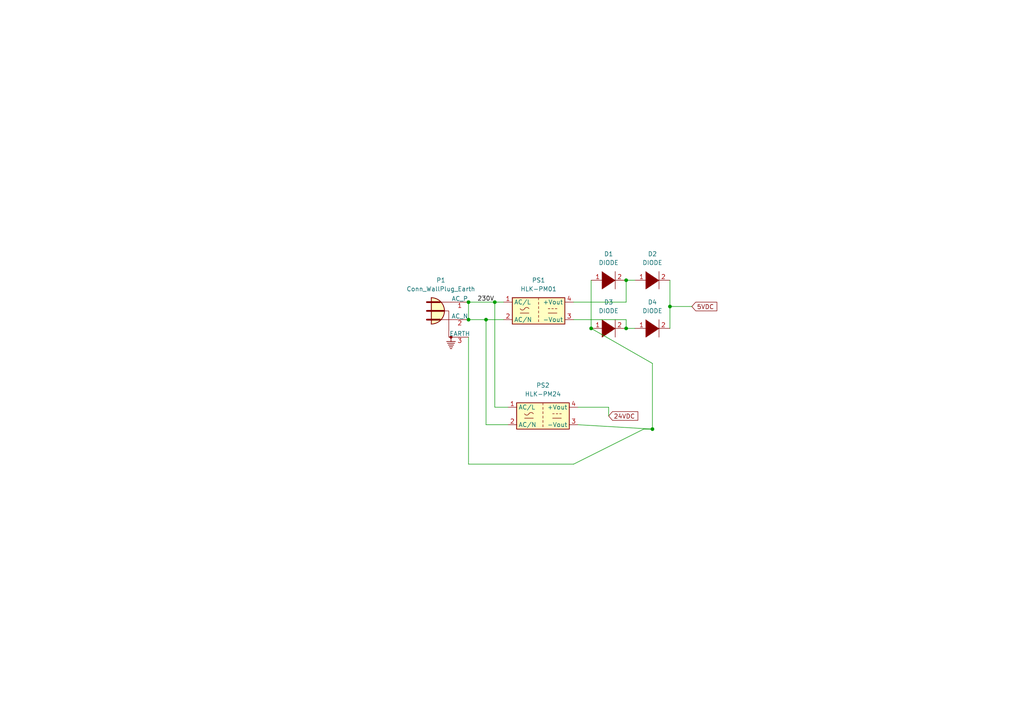
<source format=kicad_sch>
(kicad_sch (version 20211123) (generator eeschema)

  (uuid 12f31163-aa84-4a81-b512-5e6b3dd556a5)

  (paper "A4")

  (lib_symbols
    (symbol "Connector:Conn_WallPlug_Earth" (pin_names (offset 0)) (in_bom yes) (on_board yes)
      (property "Reference" "P" (id 0) (at 0 3.81 0)
        (effects (font (size 1.27 1.27)) (justify bottom))
      )
      (property "Value" "Conn_WallPlug_Earth" (id 1) (at -5.08 0 90)
        (effects (font (size 1.27 1.27)) (justify bottom))
      )
      (property "Footprint" "" (id 2) (at 10.16 0 0)
        (effects (font (size 1.27 1.27)) hide)
      )
      (property "Datasheet" "~" (id 3) (at 10.16 0 0)
        (effects (font (size 1.27 1.27)) hide)
      )
      (property "ki_keywords" "wall plug 110VAC 220VAC" (id 4) (at 0 0 0)
        (effects (font (size 1.27 1.27)) hide)
      )
      (property "ki_description" "3-pin general wall plug, with Earth wire (110VAC, 220VAC)" (id 5) (at 0 0 0)
        (effects (font (size 1.27 1.27)) hide)
      )
      (symbol "Conn_WallPlug_Earth_0_1"
        (arc (start -3.175 -3.81) (mid 0.635 0) (end -3.175 3.81)
          (stroke (width 0.254) (type default) (color 0 0 0 0))
          (fill (type background))
        )
        (polyline
          (pts
            (xy -4.445 -2.54)
            (xy -0.635 -2.54)
          )
          (stroke (width 0.508) (type default) (color 0 0 0 0))
          (fill (type none))
        )
        (polyline
          (pts
            (xy -4.445 0)
            (xy 0.508 0)
          )
          (stroke (width 0.508) (type default) (color 0 0 0 0))
          (fill (type none))
        )
        (polyline
          (pts
            (xy -4.445 2.54)
            (xy -0.635 2.54)
          )
          (stroke (width 0.508) (type default) (color 0 0 0 0))
          (fill (type none))
        )
        (polyline
          (pts
            (xy -3.175 -3.81)
            (xy -3.175 3.81)
          )
          (stroke (width 0.254) (type default) (color 0 0 0 0))
          (fill (type none))
        )
        (polyline
          (pts
            (xy -0.635 -2.54)
            (xy 2.54 -2.54)
          )
          (stroke (width 0) (type default) (color 0 0 0 0))
          (fill (type none))
        )
        (polyline
          (pts
            (xy -0.635 2.54)
            (xy 2.54 2.54)
          )
          (stroke (width 0) (type default) (color 0 0 0 0))
          (fill (type none))
        )
        (polyline
          (pts
            (xy 1.524 -9.398)
            (xy 3.556 -9.398)
          )
          (stroke (width 0.2032) (type default) (color 0 0 0 0))
          (fill (type none))
        )
        (polyline
          (pts
            (xy 1.778 -9.906)
            (xy 3.302 -9.906)
          )
          (stroke (width 0.2032) (type default) (color 0 0 0 0))
          (fill (type none))
        )
        (polyline
          (pts
            (xy 2.032 -10.414)
            (xy 3.048 -10.414)
          )
          (stroke (width 0.2032) (type default) (color 0 0 0 0))
          (fill (type none))
        )
        (polyline
          (pts
            (xy 2.286 -10.922)
            (xy 2.794 -10.922)
          )
          (stroke (width 0.2032) (type default) (color 0 0 0 0))
          (fill (type none))
        )
        (polyline
          (pts
            (xy 2.54 -7.62)
            (xy 2.54 -8.89)
          )
          (stroke (width 0.2032) (type default) (color 0 0 0 0))
          (fill (type none))
        )
        (polyline
          (pts
            (xy 3.81 -8.89)
            (xy 1.27 -8.89)
          )
          (stroke (width 0.2032) (type default) (color 0 0 0 0))
          (fill (type none))
        )
        (polyline
          (pts
            (xy 2.54 -7.62)
            (xy 1.905 -7.62)
            (xy 1.905 0)
            (xy -4.445 0)
          )
          (stroke (width 0) (type default) (color 0 0 0 0))
          (fill (type none))
        )
        (circle (center 2.54 -7.62) (radius 0.3556)
          (stroke (width 0) (type default) (color 0 0 0 0))
          (fill (type outline))
        )
      )
      (symbol "Conn_WallPlug_Earth_1_1"
        (pin power_out line (at 7.62 2.54 180) (length 5.08)
          (name "AC_P" (effects (font (size 1.27 1.27))))
          (number "1" (effects (font (size 1.27 1.27))))
        )
        (pin power_out line (at 7.62 -2.54 180) (length 5.08)
          (name "AC_N" (effects (font (size 1.27 1.27))))
          (number "2" (effects (font (size 1.27 1.27))))
        )
        (pin passive line (at 7.62 -7.62 180) (length 5.08)
          (name "EARTH" (effects (font (size 1.27 1.27))))
          (number "3" (effects (font (size 1.27 1.27))))
        )
      )
    )
    (symbol "Converter_ACDC:HLK-PM01" (in_bom yes) (on_board yes)
      (property "Reference" "PS" (id 0) (at 0 5.08 0)
        (effects (font (size 1.27 1.27)))
      )
      (property "Value" "HLK-PM01" (id 1) (at 0 -5.08 0)
        (effects (font (size 1.27 1.27)))
      )
      (property "Footprint" "Converter_ACDC:Converter_ACDC_HiLink_HLK-PMxx" (id 2) (at 0 -7.62 0)
        (effects (font (size 1.27 1.27)) hide)
      )
      (property "Datasheet" "http://www.hlktech.net/product_detail.php?ProId=54" (id 3) (at 10.16 -8.89 0)
        (effects (font (size 1.27 1.27)) hide)
      )
      (property "ki_keywords" "AC/DC module power supply" (id 4) (at 0 0 0)
        (effects (font (size 1.27 1.27)) hide)
      )
      (property "ki_description" "Compact AC/DC board mount power module 3W 5V" (id 5) (at 0 0 0)
        (effects (font (size 1.27 1.27)) hide)
      )
      (property "ki_fp_filters" "Converter*ACDC*HiLink*HLK?PM*" (id 6) (at 0 0 0)
        (effects (font (size 1.27 1.27)) hide)
      )
      (symbol "HLK-PM01_0_1"
        (rectangle (start -7.62 3.81) (end 7.62 -3.81)
          (stroke (width 0.254) (type default) (color 0 0 0 0))
          (fill (type background))
        )
        (arc (start -5.334 0.635) (mid -4.699 0.2495) (end -4.064 0.635)
          (stroke (width 0) (type default) (color 0 0 0 0))
          (fill (type none))
        )
        (arc (start -2.794 0.635) (mid -3.429 1.0072) (end -4.064 0.635)
          (stroke (width 0) (type default) (color 0 0 0 0))
          (fill (type none))
        )
        (polyline
          (pts
            (xy -5.334 -0.635)
            (xy -2.794 -0.635)
          )
          (stroke (width 0) (type default) (color 0 0 0 0))
          (fill (type none))
        )
        (polyline
          (pts
            (xy 0 -2.54)
            (xy 0 -3.175)
          )
          (stroke (width 0) (type default) (color 0 0 0 0))
          (fill (type none))
        )
        (polyline
          (pts
            (xy 0 -1.27)
            (xy 0 -1.905)
          )
          (stroke (width 0) (type default) (color 0 0 0 0))
          (fill (type none))
        )
        (polyline
          (pts
            (xy 0 0)
            (xy 0 -0.635)
          )
          (stroke (width 0) (type default) (color 0 0 0 0))
          (fill (type none))
        )
        (polyline
          (pts
            (xy 0 1.27)
            (xy 0 0.635)
          )
          (stroke (width 0) (type default) (color 0 0 0 0))
          (fill (type none))
        )
        (polyline
          (pts
            (xy 0 2.54)
            (xy 0 1.905)
          )
          (stroke (width 0) (type default) (color 0 0 0 0))
          (fill (type none))
        )
        (polyline
          (pts
            (xy 0 3.81)
            (xy 0 3.175)
          )
          (stroke (width 0) (type default) (color 0 0 0 0))
          (fill (type none))
        )
        (polyline
          (pts
            (xy 2.794 -0.635)
            (xy 5.334 -0.635)
          )
          (stroke (width 0) (type default) (color 0 0 0 0))
          (fill (type none))
        )
        (polyline
          (pts
            (xy 2.794 0.635)
            (xy 3.302 0.635)
          )
          (stroke (width 0) (type default) (color 0 0 0 0))
          (fill (type none))
        )
        (polyline
          (pts
            (xy 3.81 0.635)
            (xy 4.318 0.635)
          )
          (stroke (width 0) (type default) (color 0 0 0 0))
          (fill (type none))
        )
        (polyline
          (pts
            (xy 4.826 0.635)
            (xy 5.334 0.635)
          )
          (stroke (width 0) (type default) (color 0 0 0 0))
          (fill (type none))
        )
      )
      (symbol "HLK-PM01_1_1"
        (pin power_in line (at -10.16 2.54 0) (length 2.54)
          (name "AC/L" (effects (font (size 1.27 1.27))))
          (number "1" (effects (font (size 1.27 1.27))))
        )
        (pin power_in line (at -10.16 -2.54 0) (length 2.54)
          (name "AC/N" (effects (font (size 1.27 1.27))))
          (number "2" (effects (font (size 1.27 1.27))))
        )
        (pin power_out line (at 10.16 -2.54 180) (length 2.54)
          (name "-Vout" (effects (font (size 1.27 1.27))))
          (number "3" (effects (font (size 1.27 1.27))))
        )
        (pin power_out line (at 10.16 2.54 180) (length 2.54)
          (name "+Vout" (effects (font (size 1.27 1.27))))
          (number "4" (effects (font (size 1.27 1.27))))
        )
      )
    )
    (symbol "Converter_ACDC:HLK-PM24" (in_bom yes) (on_board yes)
      (property "Reference" "PS" (id 0) (at 0 5.08 0)
        (effects (font (size 1.27 1.27)))
      )
      (property "Value" "HLK-PM24" (id 1) (at 0 -5.08 0)
        (effects (font (size 1.27 1.27)))
      )
      (property "Footprint" "Converter_ACDC:Converter_ACDC_HiLink_HLK-PMxx" (id 2) (at 0 -7.62 0)
        (effects (font (size 1.27 1.27)) hide)
      )
      (property "Datasheet" "http://www.hlktech.net/product_detail.php?ProId=81" (id 3) (at 10.16 -8.89 0)
        (effects (font (size 1.27 1.27)) hide)
      )
      (property "ki_keywords" "AC/DC module power supply" (id 4) (at 0 0 0)
        (effects (font (size 1.27 1.27)) hide)
      )
      (property "ki_description" "Compact AC/DC board mount power module 3W 24V" (id 5) (at 0 0 0)
        (effects (font (size 1.27 1.27)) hide)
      )
      (property "ki_fp_filters" "Converter*ACDC*HiLink*HLK?PM*" (id 6) (at 0 0 0)
        (effects (font (size 1.27 1.27)) hide)
      )
      (symbol "HLK-PM24_0_1"
        (rectangle (start -7.62 3.81) (end 7.62 -3.81)
          (stroke (width 0.254) (type default) (color 0 0 0 0))
          (fill (type background))
        )
        (arc (start -5.334 0.635) (mid -4.699 0.2495) (end -4.064 0.635)
          (stroke (width 0) (type default) (color 0 0 0 0))
          (fill (type none))
        )
        (arc (start -2.794 0.635) (mid -3.429 1.0072) (end -4.064 0.635)
          (stroke (width 0) (type default) (color 0 0 0 0))
          (fill (type none))
        )
        (polyline
          (pts
            (xy -5.334 -0.635)
            (xy -2.794 -0.635)
          )
          (stroke (width 0) (type default) (color 0 0 0 0))
          (fill (type none))
        )
        (polyline
          (pts
            (xy 0 -2.54)
            (xy 0 -3.175)
          )
          (stroke (width 0) (type default) (color 0 0 0 0))
          (fill (type none))
        )
        (polyline
          (pts
            (xy 0 -1.27)
            (xy 0 -1.905)
          )
          (stroke (width 0) (type default) (color 0 0 0 0))
          (fill (type none))
        )
        (polyline
          (pts
            (xy 0 0)
            (xy 0 -0.635)
          )
          (stroke (width 0) (type default) (color 0 0 0 0))
          (fill (type none))
        )
        (polyline
          (pts
            (xy 0 1.27)
            (xy 0 0.635)
          )
          (stroke (width 0) (type default) (color 0 0 0 0))
          (fill (type none))
        )
        (polyline
          (pts
            (xy 0 2.54)
            (xy 0 1.905)
          )
          (stroke (width 0) (type default) (color 0 0 0 0))
          (fill (type none))
        )
        (polyline
          (pts
            (xy 0 3.81)
            (xy 0 3.175)
          )
          (stroke (width 0) (type default) (color 0 0 0 0))
          (fill (type none))
        )
        (polyline
          (pts
            (xy 2.794 -0.635)
            (xy 5.334 -0.635)
          )
          (stroke (width 0) (type default) (color 0 0 0 0))
          (fill (type none))
        )
        (polyline
          (pts
            (xy 2.794 0.635)
            (xy 3.302 0.635)
          )
          (stroke (width 0) (type default) (color 0 0 0 0))
          (fill (type none))
        )
        (polyline
          (pts
            (xy 3.81 0.635)
            (xy 4.318 0.635)
          )
          (stroke (width 0) (type default) (color 0 0 0 0))
          (fill (type none))
        )
        (polyline
          (pts
            (xy 4.826 0.635)
            (xy 5.334 0.635)
          )
          (stroke (width 0) (type default) (color 0 0 0 0))
          (fill (type none))
        )
      )
      (symbol "HLK-PM24_1_1"
        (pin power_in line (at -10.16 2.54 0) (length 2.54)
          (name "AC/L" (effects (font (size 1.27 1.27))))
          (number "1" (effects (font (size 1.27 1.27))))
        )
        (pin power_in line (at -10.16 -2.54 0) (length 2.54)
          (name "AC/N" (effects (font (size 1.27 1.27))))
          (number "2" (effects (font (size 1.27 1.27))))
        )
        (pin power_out line (at 10.16 -2.54 180) (length 2.54)
          (name "-Vout" (effects (font (size 1.27 1.27))))
          (number "3" (effects (font (size 1.27 1.27))))
        )
        (pin power_out line (at 10.16 2.54 180) (length 2.54)
          (name "+Vout" (effects (font (size 1.27 1.27))))
          (number "4" (effects (font (size 1.27 1.27))))
        )
      )
    )
    (symbol "pspice:DIODE" (pin_names (offset 1.016) hide) (in_bom yes) (on_board yes)
      (property "Reference" "D" (id 0) (at 0 3.81 0)
        (effects (font (size 1.27 1.27)))
      )
      (property "Value" "DIODE" (id 1) (at 0 -4.445 0)
        (effects (font (size 1.27 1.27)))
      )
      (property "Footprint" "" (id 2) (at 0 0 0)
        (effects (font (size 1.27 1.27)) hide)
      )
      (property "Datasheet" "~" (id 3) (at 0 0 0)
        (effects (font (size 1.27 1.27)) hide)
      )
      (property "ki_keywords" "simulation" (id 4) (at 0 0 0)
        (effects (font (size 1.27 1.27)) hide)
      )
      (property "ki_description" "Diode symbol for simulation only. Pin order incompatible with official kicad footprints" (id 5) (at 0 0 0)
        (effects (font (size 1.27 1.27)) hide)
      )
      (symbol "DIODE_0_1"
        (polyline
          (pts
            (xy 1.905 2.54)
            (xy 1.905 -2.54)
          )
          (stroke (width 0) (type default) (color 0 0 0 0))
          (fill (type none))
        )
        (polyline
          (pts
            (xy -1.905 2.54)
            (xy -1.905 -2.54)
            (xy 1.905 0)
          )
          (stroke (width 0) (type default) (color 0 0 0 0))
          (fill (type outline))
        )
      )
      (symbol "DIODE_1_1"
        (pin input line (at -5.08 0 0) (length 3.81)
          (name "K" (effects (font (size 1.27 1.27))))
          (number "1" (effects (font (size 1.27 1.27))))
        )
        (pin input line (at 5.08 0 180) (length 3.81)
          (name "A" (effects (font (size 1.27 1.27))))
          (number "2" (effects (font (size 1.27 1.27))))
        )
      )
    )
  )

  (junction (at 171.45 95.25) (diameter 0) (color 0 0 0 0)
    (uuid 0aefb2c3-62ce-4049-ab7b-58097d426cb7)
  )
  (junction (at 194.31 88.9) (diameter 0) (color 0 0 0 0)
    (uuid 19d6f4c2-e5f0-4874-8669-6b12b1e11f5e)
  )
  (junction (at 135.89 92.71) (diameter 0) (color 0 0 0 0)
    (uuid 33432b43-bbdf-49b1-a484-a6a0f5cf89b6)
  )
  (junction (at 135.89 87.63) (diameter 0) (color 0 0 0 0)
    (uuid 48baa02b-7a0f-4f11-92dd-8a5782ca1399)
  )
  (junction (at 181.61 95.25) (diameter 0) (color 0 0 0 0)
    (uuid 48ca60dd-b0ee-4587-b7b6-7c1a98fa4d67)
  )
  (junction (at 143.51 87.63) (diameter 0) (color 0 0 0 0)
    (uuid 58b43dba-89c4-41b4-aae5-a01460ed27dd)
  )
  (junction (at 181.61 81.28) (diameter 0) (color 0 0 0 0)
    (uuid a5899a27-f66e-4958-ab5a-f2b23ac3b1b4)
  )
  (junction (at 189.23 124.46) (diameter 0) (color 0 0 0 0)
    (uuid ce966f32-682f-4d4f-94f1-0ac0ef9a46f7)
  )
  (junction (at 140.97 92.71) (diameter 0) (color 0 0 0 0)
    (uuid f05ad33f-9823-405a-b2df-54c614cd676b)
  )

  (wire (pts (xy 176.53 118.11) (xy 176.53 120.65))
    (stroke (width 0) (type default) (color 0 0 0 0))
    (uuid 08944be4-9cfe-47ea-b603-eb4231d0a8a5)
  )
  (wire (pts (xy 194.31 88.9) (xy 194.31 95.25))
    (stroke (width 0) (type default) (color 0 0 0 0))
    (uuid 0b527a7e-52c7-4dc2-ac03-45a057b6a4fc)
  )
  (wire (pts (xy 166.37 87.63) (xy 181.61 87.63))
    (stroke (width 0) (type default) (color 0 0 0 0))
    (uuid 0f133e78-6f41-4758-a097-918d3f7f62cb)
  )
  (wire (pts (xy 181.61 95.25) (xy 184.15 95.25))
    (stroke (width 0) (type default) (color 0 0 0 0))
    (uuid 1199a957-50ea-4d3d-a354-38accc9d118d)
  )
  (wire (pts (xy 194.31 81.28) (xy 194.31 88.9))
    (stroke (width 0) (type default) (color 0 0 0 0))
    (uuid 12a062fd-41ec-4a05-8d1d-fe32b9cb3391)
  )
  (wire (pts (xy 181.61 81.28) (xy 184.15 81.28))
    (stroke (width 0) (type default) (color 0 0 0 0))
    (uuid 1bbb52d5-f140-4a30-827c-c1c41ac6615c)
  )
  (wire (pts (xy 140.97 92.71) (xy 140.97 123.19))
    (stroke (width 0) (type default) (color 0 0 0 0))
    (uuid 24cd238f-14cd-4a63-8ac8-66f7efc61d3e)
  )
  (wire (pts (xy 189.23 105.41) (xy 189.23 124.46))
    (stroke (width 0) (type default) (color 0 0 0 0))
    (uuid 29b21fd1-0155-4d87-bffb-c6a7f26d607d)
  )
  (wire (pts (xy 135.89 87.63) (xy 135.89 92.71))
    (stroke (width 0) (type default) (color 0 0 0 0))
    (uuid 29c53b6b-cf69-4c40-82f3-40e3bff8f652)
  )
  (wire (pts (xy 147.32 118.11) (xy 143.51 118.11))
    (stroke (width 0) (type default) (color 0 0 0 0))
    (uuid 29f9f62f-6e27-4fb5-9964-537250859463)
  )
  (wire (pts (xy 135.89 87.63) (xy 143.51 87.63))
    (stroke (width 0) (type default) (color 0 0 0 0))
    (uuid 37babb5f-9749-4e83-a14d-ec70144d37bd)
  )
  (wire (pts (xy 194.31 88.9) (xy 200.66 88.9))
    (stroke (width 0) (type default) (color 0 0 0 0))
    (uuid 4577819e-366d-42ae-9c6b-9724c859cf25)
  )
  (wire (pts (xy 135.89 92.71) (xy 140.97 92.71))
    (stroke (width 0) (type default) (color 0 0 0 0))
    (uuid 4da6d55a-48ec-41cd-8768-28c3ec7936c4)
  )
  (wire (pts (xy 171.45 81.28) (xy 171.45 95.25))
    (stroke (width 0) (type default) (color 0 0 0 0))
    (uuid 5450193a-01c3-48e5-89cd-12c7da03a6a5)
  )
  (wire (pts (xy 140.97 92.71) (xy 146.05 92.71))
    (stroke (width 0) (type default) (color 0 0 0 0))
    (uuid 7b58fb82-6d08-4d3d-be26-75ae00d7221c)
  )
  (wire (pts (xy 167.64 118.11) (xy 176.53 118.11))
    (stroke (width 0) (type default) (color 0 0 0 0))
    (uuid 8393e996-bd73-4230-9588-16e5f27d7436)
  )
  (wire (pts (xy 143.51 87.63) (xy 146.05 87.63))
    (stroke (width 0) (type default) (color 0 0 0 0))
    (uuid 869d89e8-38a7-4a34-8bd3-a2de9e08a5c6)
  )
  (wire (pts (xy 181.61 87.63) (xy 181.61 81.28))
    (stroke (width 0) (type default) (color 0 0 0 0))
    (uuid 89e51cf0-39a2-40fa-960d-ebccb018bc29)
  )
  (wire (pts (xy 143.51 87.63) (xy 143.51 118.11))
    (stroke (width 0) (type default) (color 0 0 0 0))
    (uuid 96ac575a-1219-441f-b1cd-f7c47da2fedf)
  )
  (wire (pts (xy 186.69 124.46) (xy 189.23 124.46))
    (stroke (width 0) (type default) (color 0 0 0 0))
    (uuid 9ca20e15-de33-4591-a70a-7597c387a640)
  )
  (wire (pts (xy 135.89 134.62) (xy 166.37 134.62))
    (stroke (width 0) (type default) (color 0 0 0 0))
    (uuid a73d1440-66d7-438f-bcfb-c875193ff7a6)
  )
  (wire (pts (xy 135.89 134.62) (xy 135.89 97.79))
    (stroke (width 0) (type default) (color 0 0 0 0))
    (uuid a9541856-376b-46b4-be8b-0c37f781fdaf)
  )
  (wire (pts (xy 166.37 92.71) (xy 181.61 92.71))
    (stroke (width 0) (type default) (color 0 0 0 0))
    (uuid b81abe4d-1e32-470f-873b-748f9b871e0c)
  )
  (wire (pts (xy 189.23 105.41) (xy 171.45 95.25))
    (stroke (width 0) (type default) (color 0 0 0 0))
    (uuid b9d8160d-1af9-4813-865e-4f5eefc05c6f)
  )
  (wire (pts (xy 186.69 124.46) (xy 166.37 134.62))
    (stroke (width 0) (type default) (color 0 0 0 0))
    (uuid c5378e6f-5840-483d-a6ab-1636f33ac4dc)
  )
  (wire (pts (xy 181.61 92.71) (xy 181.61 95.25))
    (stroke (width 0) (type default) (color 0 0 0 0))
    (uuid d89494b5-0f85-42d4-aebc-959057598ec3)
  )
  (wire (pts (xy 167.64 123.19) (xy 189.23 124.46))
    (stroke (width 0) (type default) (color 0 0 0 0))
    (uuid e1bb49a0-7646-4149-a8da-1c500b1e868a)
  )
  (wire (pts (xy 147.32 123.19) (xy 140.97 123.19))
    (stroke (width 0) (type default) (color 0 0 0 0))
    (uuid e41e5f86-7870-4361-abd2-868645561b98)
  )

  (label "230V" (at 138.43 87.63 0)
    (effects (font (size 1.27 1.27)) (justify left bottom))
    (uuid c8235c5d-6d39-4440-9c33-2c4477601a6e)
  )

  (global_label "24VDC" (shape input) (at 176.53 120.65 0) (fields_autoplaced)
    (effects (font (size 1.27 1.27)) (justify left))
    (uuid 503874aa-2044-4766-b001-c0bc2aa49990)
    (property "Intersheet References" "${INTERSHEET_REFS}" (id 0) (at 184.9907 120.5706 0)
      (effects (font (size 1.27 1.27)) (justify left) hide)
    )
  )
  (global_label "5VDC" (shape input) (at 200.66 88.9 0) (fields_autoplaced)
    (effects (font (size 1.27 1.27)) (justify left))
    (uuid 9117ad4d-0328-4730-b712-249b98c8c269)
    (property "Intersheet References" "${INTERSHEET_REFS}" (id 0) (at 207.9112 88.8206 0)
      (effects (font (size 1.27 1.27)) (justify left) hide)
    )
  )

  (symbol (lib_id "pspice:DIODE") (at 176.53 95.25 0) (unit 1)
    (in_bom yes) (on_board yes) (fields_autoplaced)
    (uuid 165d886b-73c7-4a74-b870-901b048d7d3b)
    (property "Reference" "D3" (id 0) (at 176.53 87.63 0))
    (property "Value" "DIODE" (id 1) (at 176.53 90.17 0))
    (property "Footprint" "" (id 2) (at 176.53 95.25 0)
      (effects (font (size 1.27 1.27)) hide)
    )
    (property "Datasheet" "~" (id 3) (at 176.53 95.25 0)
      (effects (font (size 1.27 1.27)) hide)
    )
    (pin "1" (uuid d1686798-ce4b-4aa5-9227-324576939063))
    (pin "2" (uuid 7f84c9d7-70ac-4803-b97c-cb53575ffe9c))
  )

  (symbol (lib_id "Connector:Conn_WallPlug_Earth") (at 128.27 90.17 0) (unit 1)
    (in_bom yes) (on_board yes) (fields_autoplaced)
    (uuid 20960a33-eaad-465f-a0c2-eb8530bd34a5)
    (property "Reference" "P1" (id 0) (at 127.8763 81.28 0))
    (property "Value" "Conn_WallPlug_Earth" (id 1) (at 127.8763 83.82 0))
    (property "Footprint" "" (id 2) (at 138.43 90.17 0)
      (effects (font (size 1.27 1.27)) hide)
    )
    (property "Datasheet" "~" (id 3) (at 138.43 90.17 0)
      (effects (font (size 1.27 1.27)) hide)
    )
    (pin "1" (uuid 3f7b1a8a-41c8-4a4b-9175-fe57dce236a9))
    (pin "2" (uuid 040a39db-2b33-42aa-8f0d-71b2a7919460))
    (pin "3" (uuid f67348c3-ece0-4f1f-b871-74e972925269))
  )

  (symbol (lib_id "pspice:DIODE") (at 189.23 81.28 0) (unit 1)
    (in_bom yes) (on_board yes) (fields_autoplaced)
    (uuid 396e9dbd-022b-44f4-ad84-d5b5c3336318)
    (property "Reference" "D2" (id 0) (at 189.23 73.66 0))
    (property "Value" "DIODE" (id 1) (at 189.23 76.2 0))
    (property "Footprint" "" (id 2) (at 189.23 81.28 0)
      (effects (font (size 1.27 1.27)) hide)
    )
    (property "Datasheet" "~" (id 3) (at 189.23 81.28 0)
      (effects (font (size 1.27 1.27)) hide)
    )
    (pin "1" (uuid 2ea9b8f8-3ffa-4bf2-94c5-b8d23c9e357f))
    (pin "2" (uuid 35b9af46-f05b-49ad-b5cb-590cf75011e7))
  )

  (symbol (lib_id "pspice:DIODE") (at 189.23 95.25 0) (unit 1)
    (in_bom yes) (on_board yes) (fields_autoplaced)
    (uuid 399d7774-9bdd-4b3a-95c8-2a978be586e1)
    (property "Reference" "D4" (id 0) (at 189.23 87.63 0))
    (property "Value" "DIODE" (id 1) (at 189.23 90.17 0))
    (property "Footprint" "" (id 2) (at 189.23 95.25 0)
      (effects (font (size 1.27 1.27)) hide)
    )
    (property "Datasheet" "~" (id 3) (at 189.23 95.25 0)
      (effects (font (size 1.27 1.27)) hide)
    )
    (pin "1" (uuid c060792f-a557-4f9f-b6b9-c3c4f7137d53))
    (pin "2" (uuid 3f925aed-3688-40f9-a54e-2e70e0874a72))
  )

  (symbol (lib_id "pspice:DIODE") (at 176.53 81.28 0) (unit 1)
    (in_bom yes) (on_board yes) (fields_autoplaced)
    (uuid 9db3665b-8f8c-480e-a1b8-3ae9aad21bc0)
    (property "Reference" "D1" (id 0) (at 176.53 73.66 0))
    (property "Value" "DIODE" (id 1) (at 176.53 76.2 0))
    (property "Footprint" "" (id 2) (at 176.53 81.28 0)
      (effects (font (size 1.27 1.27)) hide)
    )
    (property "Datasheet" "~" (id 3) (at 176.53 81.28 0)
      (effects (font (size 1.27 1.27)) hide)
    )
    (pin "1" (uuid fa33e9de-de6e-448c-b2b3-2a844edc1b60))
    (pin "2" (uuid 3cec6e50-41de-4952-9d15-ce72a4a8fa2d))
  )

  (symbol (lib_id "Converter_ACDC:HLK-PM24") (at 157.48 120.65 0) (unit 1)
    (in_bom yes) (on_board yes) (fields_autoplaced)
    (uuid a9cadb84-25ea-4465-8ec0-ce144cd94c19)
    (property "Reference" "PS2" (id 0) (at 157.48 111.76 0))
    (property "Value" "HLK-PM24" (id 1) (at 157.48 114.3 0))
    (property "Footprint" "Converter_ACDC:Converter_ACDC_HiLink_HLK-PMxx" (id 2) (at 157.48 128.27 0)
      (effects (font (size 1.27 1.27)) hide)
    )
    (property "Datasheet" "http://www.hlktech.net/product_detail.php?ProId=81" (id 3) (at 167.64 129.54 0)
      (effects (font (size 1.27 1.27)) hide)
    )
    (pin "1" (uuid de596249-df04-4393-bd49-6bf7c1bb92cb))
    (pin "2" (uuid 5e2d5097-5122-4df1-9392-5028a68f2388))
    (pin "3" (uuid 4ceea41e-167c-4523-b55d-04c25ba8290b))
    (pin "4" (uuid 1e3c7d02-057d-477a-b7df-db9dceb602a6))
  )

  (symbol (lib_id "Converter_ACDC:HLK-PM01") (at 156.21 90.17 0) (unit 1)
    (in_bom yes) (on_board yes) (fields_autoplaced)
    (uuid e87b50f1-0ad3-4abb-8c6e-9dcb85765f6e)
    (property "Reference" "PS1" (id 0) (at 156.21 81.28 0))
    (property "Value" "HLK-PM01" (id 1) (at 156.21 83.82 0))
    (property "Footprint" "Converter_ACDC:Converter_ACDC_HiLink_HLK-PMxx" (id 2) (at 156.21 97.79 0)
      (effects (font (size 1.27 1.27)) hide)
    )
    (property "Datasheet" "http://www.hlktech.net/product_detail.php?ProId=54" (id 3) (at 166.37 99.06 0)
      (effects (font (size 1.27 1.27)) hide)
    )
    (pin "1" (uuid 2e8d77c1-62c8-48c2-9120-51e7ee2d77ac))
    (pin "2" (uuid 4749ef5a-7bba-4fe2-b414-b6b714203d6c))
    (pin "3" (uuid 44ab42d5-b64f-4c39-a9a4-161626e52339))
    (pin "4" (uuid cc961ef9-4989-4f32-9f9f-484e64d2ff13))
  )
)

</source>
